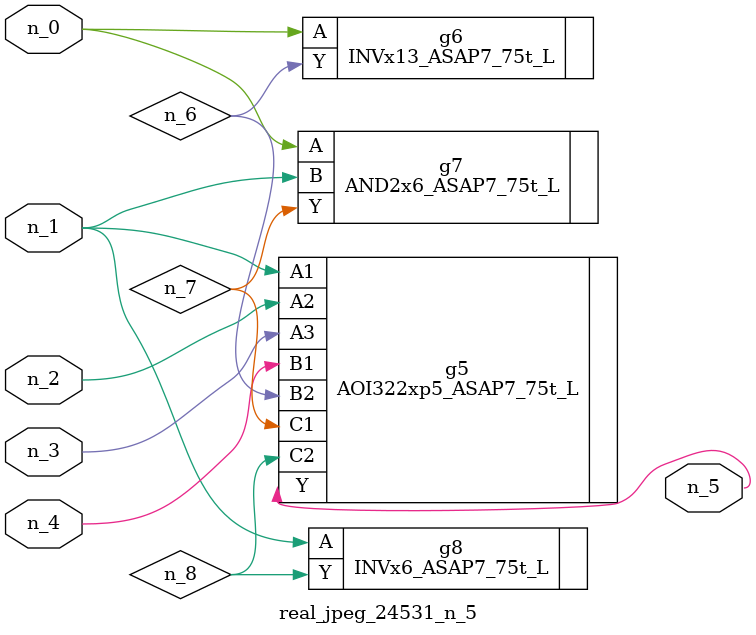
<source format=v>
module real_jpeg_24531_n_5 (n_4, n_0, n_1, n_2, n_3, n_5);

input n_4;
input n_0;
input n_1;
input n_2;
input n_3;

output n_5;

wire n_8;
wire n_6;
wire n_7;

INVx13_ASAP7_75t_L g6 ( 
.A(n_0),
.Y(n_6)
);

AND2x6_ASAP7_75t_L g7 ( 
.A(n_0),
.B(n_1),
.Y(n_7)
);

AOI322xp5_ASAP7_75t_L g5 ( 
.A1(n_1),
.A2(n_2),
.A3(n_3),
.B1(n_4),
.B2(n_6),
.C1(n_7),
.C2(n_8),
.Y(n_5)
);

INVx6_ASAP7_75t_L g8 ( 
.A(n_1),
.Y(n_8)
);


endmodule
</source>
